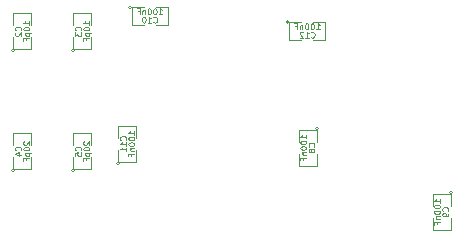
<source format=gbo>
%FSLAX46Y46*%
G04 Gerber Fmt 4.6, Leading zero omitted, Abs format (unit mm)*
G04 Created by KiCad (PCBNEW (20140926 BZR5148)-product) date Sat 01 Nov 2014 11:29:57 PM CDT*
%MOMM*%
G01*
G04 APERTURE LIST*
%ADD10C,0.150000*%
%ADD11C,0.099060*%
%ADD12C,0.109220*%
G04 APERTURE END LIST*
D10*
D11*
X192405000Y-143891000D02*
G75*
G03X192405000Y-143891000I-127000J0D01*
G74*
G01*
X192278000Y-142748000D02*
X192278000Y-143764000D01*
X192278000Y-143764000D02*
X193802000Y-143764000D01*
X193802000Y-143764000D02*
X193802000Y-142748000D01*
X193802000Y-141732000D02*
X193802000Y-140716000D01*
X193802000Y-140716000D02*
X192278000Y-140716000D01*
X192278000Y-140716000D02*
X192278000Y-141732000D01*
X197485000Y-143891000D02*
G75*
G03X197485000Y-143891000I-127000J0D01*
G74*
G01*
X197358000Y-142748000D02*
X197358000Y-143764000D01*
X197358000Y-143764000D02*
X198882000Y-143764000D01*
X198882000Y-143764000D02*
X198882000Y-142748000D01*
X198882000Y-141732000D02*
X198882000Y-140716000D01*
X198882000Y-140716000D02*
X197358000Y-140716000D01*
X197358000Y-140716000D02*
X197358000Y-141732000D01*
X192405000Y-154051000D02*
G75*
G03X192405000Y-154051000I-127000J0D01*
G74*
G01*
X192278000Y-152908000D02*
X192278000Y-153924000D01*
X192278000Y-153924000D02*
X193802000Y-153924000D01*
X193802000Y-153924000D02*
X193802000Y-152908000D01*
X193802000Y-151892000D02*
X193802000Y-150876000D01*
X193802000Y-150876000D02*
X192278000Y-150876000D01*
X192278000Y-150876000D02*
X192278000Y-151892000D01*
X197485000Y-154051000D02*
G75*
G03X197485000Y-154051000I-127000J0D01*
G74*
G01*
X197358000Y-152908000D02*
X197358000Y-153924000D01*
X197358000Y-153924000D02*
X198882000Y-153924000D01*
X198882000Y-153924000D02*
X198882000Y-152908000D01*
X198882000Y-151892000D02*
X198882000Y-150876000D01*
X198882000Y-150876000D02*
X197358000Y-150876000D01*
X197358000Y-150876000D02*
X197358000Y-151892000D01*
X218135200Y-150444200D02*
G75*
G03X218135200Y-150444200I-127000J0D01*
G74*
G01*
X218008200Y-151587200D02*
X218008200Y-150571200D01*
X218008200Y-150571200D02*
X216484200Y-150571200D01*
X216484200Y-150571200D02*
X216484200Y-151587200D01*
X216484200Y-152603200D02*
X216484200Y-153619200D01*
X216484200Y-153619200D02*
X218008200Y-153619200D01*
X218008200Y-153619200D02*
X218008200Y-152603200D01*
X229463600Y-155879800D02*
G75*
G03X229463600Y-155879800I-127000J0D01*
G74*
G01*
X229336600Y-157022800D02*
X229336600Y-156006800D01*
X229336600Y-156006800D02*
X227812600Y-156006800D01*
X227812600Y-156006800D02*
X227812600Y-157022800D01*
X227812600Y-158038800D02*
X227812600Y-159054800D01*
X227812600Y-159054800D02*
X229336600Y-159054800D01*
X229336600Y-159054800D02*
X229336600Y-158038800D01*
X202311000Y-140208000D02*
G75*
G03X202311000Y-140208000I-127000J0D01*
G74*
G01*
X203327000Y-140208000D02*
X202311000Y-140208000D01*
X202311000Y-140208000D02*
X202311000Y-141732000D01*
X202311000Y-141732000D02*
X203327000Y-141732000D01*
X204343000Y-141732000D02*
X205359000Y-141732000D01*
X205359000Y-141732000D02*
X205359000Y-140208000D01*
X205359000Y-140208000D02*
X204343000Y-140208000D01*
X201295000Y-153416000D02*
G75*
G03X201295000Y-153416000I-127000J0D01*
G74*
G01*
X201168000Y-152273000D02*
X201168000Y-153289000D01*
X201168000Y-153289000D02*
X202692000Y-153289000D01*
X202692000Y-153289000D02*
X202692000Y-152273000D01*
X202692000Y-151257000D02*
X202692000Y-150241000D01*
X202692000Y-150241000D02*
X201168000Y-150241000D01*
X201168000Y-150241000D02*
X201168000Y-151257000D01*
X215646000Y-141478000D02*
G75*
G03X215646000Y-141478000I-127000J0D01*
G74*
G01*
X216662000Y-141478000D02*
X215646000Y-141478000D01*
X215646000Y-141478000D02*
X215646000Y-143002000D01*
X215646000Y-143002000D02*
X216662000Y-143002000D01*
X217678000Y-143002000D02*
X218694000Y-143002000D01*
X218694000Y-143002000D02*
X218694000Y-141478000D01*
X218694000Y-141478000D02*
X217678000Y-141478000D01*
D12*
X192901207Y-142156604D02*
X192925035Y-142132776D01*
X192948862Y-142061293D01*
X192948862Y-142013638D01*
X192925035Y-141942155D01*
X192877380Y-141894500D01*
X192829724Y-141870672D01*
X192734414Y-141846844D01*
X192662931Y-141846844D01*
X192567620Y-141870672D01*
X192519965Y-141894500D01*
X192472310Y-141942155D01*
X192448482Y-142013638D01*
X192448482Y-142061293D01*
X192472310Y-142132776D01*
X192496138Y-142156604D01*
X192496138Y-142347224D02*
X192472310Y-142371052D01*
X192448482Y-142418707D01*
X192448482Y-142537845D01*
X192472310Y-142585501D01*
X192496138Y-142609328D01*
X192543793Y-142633156D01*
X192591448Y-142633156D01*
X192662931Y-142609328D01*
X192948862Y-142323397D01*
X192948862Y-142633156D01*
X193647362Y-141703879D02*
X193647362Y-141417947D01*
X193647362Y-141560913D02*
X193146982Y-141560913D01*
X193218465Y-141513258D01*
X193266120Y-141465603D01*
X193289948Y-141417947D01*
X193146982Y-142013638D02*
X193146982Y-142061293D01*
X193170810Y-142108948D01*
X193194638Y-142132776D01*
X193242293Y-142156603D01*
X193337603Y-142180431D01*
X193456741Y-142180431D01*
X193552052Y-142156603D01*
X193599707Y-142132776D01*
X193623535Y-142108948D01*
X193647362Y-142061293D01*
X193647362Y-142013638D01*
X193623535Y-141965982D01*
X193599707Y-141942155D01*
X193552052Y-141918327D01*
X193456741Y-141894499D01*
X193337603Y-141894499D01*
X193242293Y-141918327D01*
X193194638Y-141942155D01*
X193170810Y-141965982D01*
X193146982Y-142013638D01*
X193313776Y-142394879D02*
X193814156Y-142394879D01*
X193337603Y-142394879D02*
X193313776Y-142442534D01*
X193313776Y-142537845D01*
X193337603Y-142585500D01*
X193361431Y-142609328D01*
X193409086Y-142633155D01*
X193552052Y-142633155D01*
X193599707Y-142609328D01*
X193623535Y-142585500D01*
X193647362Y-142537845D01*
X193647362Y-142442534D01*
X193623535Y-142394879D01*
X193385259Y-143014397D02*
X193385259Y-142847604D01*
X193647362Y-142847604D02*
X193146982Y-142847604D01*
X193146982Y-143085880D01*
X197981207Y-142156604D02*
X198005035Y-142132776D01*
X198028862Y-142061293D01*
X198028862Y-142013638D01*
X198005035Y-141942155D01*
X197957380Y-141894500D01*
X197909724Y-141870672D01*
X197814414Y-141846844D01*
X197742931Y-141846844D01*
X197647620Y-141870672D01*
X197599965Y-141894500D01*
X197552310Y-141942155D01*
X197528482Y-142013638D01*
X197528482Y-142061293D01*
X197552310Y-142132776D01*
X197576138Y-142156604D01*
X197528482Y-142323397D02*
X197528482Y-142633156D01*
X197719103Y-142466363D01*
X197719103Y-142537845D01*
X197742931Y-142585501D01*
X197766759Y-142609328D01*
X197814414Y-142633156D01*
X197933552Y-142633156D01*
X197981207Y-142609328D01*
X198005035Y-142585501D01*
X198028862Y-142537845D01*
X198028862Y-142394880D01*
X198005035Y-142347224D01*
X197981207Y-142323397D01*
X198727362Y-141703879D02*
X198727362Y-141417947D01*
X198727362Y-141560913D02*
X198226982Y-141560913D01*
X198298465Y-141513258D01*
X198346120Y-141465603D01*
X198369948Y-141417947D01*
X198226982Y-142013638D02*
X198226982Y-142061293D01*
X198250810Y-142108948D01*
X198274638Y-142132776D01*
X198322293Y-142156603D01*
X198417603Y-142180431D01*
X198536741Y-142180431D01*
X198632052Y-142156603D01*
X198679707Y-142132776D01*
X198703535Y-142108948D01*
X198727362Y-142061293D01*
X198727362Y-142013638D01*
X198703535Y-141965982D01*
X198679707Y-141942155D01*
X198632052Y-141918327D01*
X198536741Y-141894499D01*
X198417603Y-141894499D01*
X198322293Y-141918327D01*
X198274638Y-141942155D01*
X198250810Y-141965982D01*
X198226982Y-142013638D01*
X198393776Y-142394879D02*
X198894156Y-142394879D01*
X198417603Y-142394879D02*
X198393776Y-142442534D01*
X198393776Y-142537845D01*
X198417603Y-142585500D01*
X198441431Y-142609328D01*
X198489086Y-142633155D01*
X198632052Y-142633155D01*
X198679707Y-142609328D01*
X198703535Y-142585500D01*
X198727362Y-142537845D01*
X198727362Y-142442534D01*
X198703535Y-142394879D01*
X198465259Y-143014397D02*
X198465259Y-142847604D01*
X198727362Y-142847604D02*
X198226982Y-142847604D01*
X198226982Y-143085880D01*
X192901207Y-152316604D02*
X192925035Y-152292776D01*
X192948862Y-152221293D01*
X192948862Y-152173638D01*
X192925035Y-152102155D01*
X192877380Y-152054500D01*
X192829724Y-152030672D01*
X192734414Y-152006844D01*
X192662931Y-152006844D01*
X192567620Y-152030672D01*
X192519965Y-152054500D01*
X192472310Y-152102155D01*
X192448482Y-152173638D01*
X192448482Y-152221293D01*
X192472310Y-152292776D01*
X192496138Y-152316604D01*
X192615276Y-152745501D02*
X192948862Y-152745501D01*
X192424655Y-152626363D02*
X192782069Y-152507224D01*
X192782069Y-152816984D01*
X193194638Y-151577947D02*
X193170810Y-151601775D01*
X193146982Y-151649430D01*
X193146982Y-151768568D01*
X193170810Y-151816224D01*
X193194638Y-151840051D01*
X193242293Y-151863879D01*
X193289948Y-151863879D01*
X193361431Y-151840051D01*
X193647362Y-151554120D01*
X193647362Y-151863879D01*
X193146982Y-152173638D02*
X193146982Y-152221293D01*
X193170810Y-152268948D01*
X193194638Y-152292776D01*
X193242293Y-152316603D01*
X193337603Y-152340431D01*
X193456741Y-152340431D01*
X193552052Y-152316603D01*
X193599707Y-152292776D01*
X193623535Y-152268948D01*
X193647362Y-152221293D01*
X193647362Y-152173638D01*
X193623535Y-152125982D01*
X193599707Y-152102155D01*
X193552052Y-152078327D01*
X193456741Y-152054499D01*
X193337603Y-152054499D01*
X193242293Y-152078327D01*
X193194638Y-152102155D01*
X193170810Y-152125982D01*
X193146982Y-152173638D01*
X193313776Y-152554879D02*
X193814156Y-152554879D01*
X193337603Y-152554879D02*
X193313776Y-152602534D01*
X193313776Y-152697845D01*
X193337603Y-152745500D01*
X193361431Y-152769328D01*
X193409086Y-152793155D01*
X193552052Y-152793155D01*
X193599707Y-152769328D01*
X193623535Y-152745500D01*
X193647362Y-152697845D01*
X193647362Y-152602534D01*
X193623535Y-152554879D01*
X193385259Y-153174397D02*
X193385259Y-153007604D01*
X193647362Y-153007604D02*
X193146982Y-153007604D01*
X193146982Y-153245880D01*
X197981207Y-152316604D02*
X198005035Y-152292776D01*
X198028862Y-152221293D01*
X198028862Y-152173638D01*
X198005035Y-152102155D01*
X197957380Y-152054500D01*
X197909724Y-152030672D01*
X197814414Y-152006844D01*
X197742931Y-152006844D01*
X197647620Y-152030672D01*
X197599965Y-152054500D01*
X197552310Y-152102155D01*
X197528482Y-152173638D01*
X197528482Y-152221293D01*
X197552310Y-152292776D01*
X197576138Y-152316604D01*
X197528482Y-152769328D02*
X197528482Y-152531052D01*
X197766759Y-152507224D01*
X197742931Y-152531052D01*
X197719103Y-152578707D01*
X197719103Y-152697845D01*
X197742931Y-152745501D01*
X197766759Y-152769328D01*
X197814414Y-152793156D01*
X197933552Y-152793156D01*
X197981207Y-152769328D01*
X198005035Y-152745501D01*
X198028862Y-152697845D01*
X198028862Y-152578707D01*
X198005035Y-152531052D01*
X197981207Y-152507224D01*
X198274638Y-151577947D02*
X198250810Y-151601775D01*
X198226982Y-151649430D01*
X198226982Y-151768568D01*
X198250810Y-151816224D01*
X198274638Y-151840051D01*
X198322293Y-151863879D01*
X198369948Y-151863879D01*
X198441431Y-151840051D01*
X198727362Y-151554120D01*
X198727362Y-151863879D01*
X198226982Y-152173638D02*
X198226982Y-152221293D01*
X198250810Y-152268948D01*
X198274638Y-152292776D01*
X198322293Y-152316603D01*
X198417603Y-152340431D01*
X198536741Y-152340431D01*
X198632052Y-152316603D01*
X198679707Y-152292776D01*
X198703535Y-152268948D01*
X198727362Y-152221293D01*
X198727362Y-152173638D01*
X198703535Y-152125982D01*
X198679707Y-152102155D01*
X198632052Y-152078327D01*
X198536741Y-152054499D01*
X198417603Y-152054499D01*
X198322293Y-152078327D01*
X198274638Y-152102155D01*
X198250810Y-152125982D01*
X198226982Y-152173638D01*
X198393776Y-152554879D02*
X198894156Y-152554879D01*
X198417603Y-152554879D02*
X198393776Y-152602534D01*
X198393776Y-152697845D01*
X198417603Y-152745500D01*
X198441431Y-152769328D01*
X198489086Y-152793155D01*
X198632052Y-152793155D01*
X198679707Y-152769328D01*
X198703535Y-152745500D01*
X198727362Y-152697845D01*
X198727362Y-152602534D01*
X198703535Y-152554879D01*
X198465259Y-153174397D02*
X198465259Y-153007604D01*
X198727362Y-153007604D02*
X198226982Y-153007604D01*
X198226982Y-153245880D01*
X217742407Y-152011804D02*
X217766235Y-151987976D01*
X217790062Y-151916493D01*
X217790062Y-151868838D01*
X217766235Y-151797355D01*
X217718580Y-151749700D01*
X217670924Y-151725872D01*
X217575614Y-151702044D01*
X217504131Y-151702044D01*
X217408820Y-151725872D01*
X217361165Y-151749700D01*
X217313510Y-151797355D01*
X217289682Y-151868838D01*
X217289682Y-151916493D01*
X217313510Y-151987976D01*
X217337338Y-152011804D01*
X217504131Y-152297735D02*
X217480303Y-152250080D01*
X217456476Y-152226252D01*
X217408820Y-152202424D01*
X217384993Y-152202424D01*
X217337338Y-152226252D01*
X217313510Y-152250080D01*
X217289682Y-152297735D01*
X217289682Y-152393045D01*
X217313510Y-152440701D01*
X217337338Y-152464528D01*
X217384993Y-152488356D01*
X217408820Y-152488356D01*
X217456476Y-152464528D01*
X217480303Y-152440701D01*
X217504131Y-152393045D01*
X217504131Y-152297735D01*
X217527959Y-152250080D01*
X217551786Y-152226252D01*
X217599441Y-152202424D01*
X217694752Y-152202424D01*
X217742407Y-152226252D01*
X217766235Y-152250080D01*
X217790062Y-152297735D01*
X217790062Y-152393045D01*
X217766235Y-152440701D01*
X217742407Y-152464528D01*
X217694752Y-152488356D01*
X217599441Y-152488356D01*
X217551786Y-152464528D01*
X217527959Y-152440701D01*
X217504131Y-152393045D01*
X217091562Y-151320803D02*
X217091562Y-151034871D01*
X217091562Y-151177837D02*
X216591182Y-151177837D01*
X216662665Y-151130182D01*
X216710320Y-151082527D01*
X216734148Y-151034871D01*
X216591182Y-151630562D02*
X216591182Y-151678217D01*
X216615010Y-151725872D01*
X216638838Y-151749700D01*
X216686493Y-151773527D01*
X216781803Y-151797355D01*
X216900941Y-151797355D01*
X216996252Y-151773527D01*
X217043907Y-151749700D01*
X217067735Y-151725872D01*
X217091562Y-151678217D01*
X217091562Y-151630562D01*
X217067735Y-151582906D01*
X217043907Y-151559079D01*
X216996252Y-151535251D01*
X216900941Y-151511423D01*
X216781803Y-151511423D01*
X216686493Y-151535251D01*
X216638838Y-151559079D01*
X216615010Y-151582906D01*
X216591182Y-151630562D01*
X216591182Y-152107114D02*
X216591182Y-152154769D01*
X216615010Y-152202424D01*
X216638838Y-152226252D01*
X216686493Y-152250079D01*
X216781803Y-152273907D01*
X216900941Y-152273907D01*
X216996252Y-152250079D01*
X217043907Y-152226252D01*
X217067735Y-152202424D01*
X217091562Y-152154769D01*
X217091562Y-152107114D01*
X217067735Y-152059458D01*
X217043907Y-152035631D01*
X216996252Y-152011803D01*
X216900941Y-151987975D01*
X216781803Y-151987975D01*
X216686493Y-152011803D01*
X216638838Y-152035631D01*
X216615010Y-152059458D01*
X216591182Y-152107114D01*
X216757976Y-152488355D02*
X217091562Y-152488355D01*
X216805631Y-152488355D02*
X216781803Y-152512183D01*
X216757976Y-152559838D01*
X216757976Y-152631321D01*
X216781803Y-152678976D01*
X216829459Y-152702804D01*
X217091562Y-152702804D01*
X216829459Y-153107873D02*
X216829459Y-152941080D01*
X217091562Y-152941080D02*
X216591182Y-152941080D01*
X216591182Y-153179356D01*
X229070807Y-157447404D02*
X229094635Y-157423576D01*
X229118462Y-157352093D01*
X229118462Y-157304438D01*
X229094635Y-157232955D01*
X229046980Y-157185300D01*
X228999324Y-157161472D01*
X228904014Y-157137644D01*
X228832531Y-157137644D01*
X228737220Y-157161472D01*
X228689565Y-157185300D01*
X228641910Y-157232955D01*
X228618082Y-157304438D01*
X228618082Y-157352093D01*
X228641910Y-157423576D01*
X228665738Y-157447404D01*
X229118462Y-157685680D02*
X229118462Y-157780990D01*
X229094635Y-157828645D01*
X229070807Y-157852473D01*
X228999324Y-157900128D01*
X228904014Y-157923956D01*
X228713393Y-157923956D01*
X228665738Y-157900128D01*
X228641910Y-157876301D01*
X228618082Y-157828645D01*
X228618082Y-157733335D01*
X228641910Y-157685680D01*
X228665738Y-157661852D01*
X228713393Y-157638024D01*
X228832531Y-157638024D01*
X228880186Y-157661852D01*
X228904014Y-157685680D01*
X228927841Y-157733335D01*
X228927841Y-157828645D01*
X228904014Y-157876301D01*
X228880186Y-157900128D01*
X228832531Y-157923956D01*
X228419962Y-156756403D02*
X228419962Y-156470471D01*
X228419962Y-156613437D02*
X227919582Y-156613437D01*
X227991065Y-156565782D01*
X228038720Y-156518127D01*
X228062548Y-156470471D01*
X227919582Y-157066162D02*
X227919582Y-157113817D01*
X227943410Y-157161472D01*
X227967238Y-157185300D01*
X228014893Y-157209127D01*
X228110203Y-157232955D01*
X228229341Y-157232955D01*
X228324652Y-157209127D01*
X228372307Y-157185300D01*
X228396135Y-157161472D01*
X228419962Y-157113817D01*
X228419962Y-157066162D01*
X228396135Y-157018506D01*
X228372307Y-156994679D01*
X228324652Y-156970851D01*
X228229341Y-156947023D01*
X228110203Y-156947023D01*
X228014893Y-156970851D01*
X227967238Y-156994679D01*
X227943410Y-157018506D01*
X227919582Y-157066162D01*
X227919582Y-157542714D02*
X227919582Y-157590369D01*
X227943410Y-157638024D01*
X227967238Y-157661852D01*
X228014893Y-157685679D01*
X228110203Y-157709507D01*
X228229341Y-157709507D01*
X228324652Y-157685679D01*
X228372307Y-157661852D01*
X228396135Y-157638024D01*
X228419962Y-157590369D01*
X228419962Y-157542714D01*
X228396135Y-157495058D01*
X228372307Y-157471231D01*
X228324652Y-157447403D01*
X228229341Y-157423575D01*
X228110203Y-157423575D01*
X228014893Y-157447403D01*
X227967238Y-157471231D01*
X227943410Y-157495058D01*
X227919582Y-157542714D01*
X228086376Y-157923955D02*
X228419962Y-157923955D01*
X228134031Y-157923955D02*
X228110203Y-157947783D01*
X228086376Y-157995438D01*
X228086376Y-158066921D01*
X228110203Y-158114576D01*
X228157859Y-158138404D01*
X228419962Y-158138404D01*
X228157859Y-158543473D02*
X228157859Y-158376680D01*
X228419962Y-158376680D02*
X227919582Y-158376680D01*
X227919582Y-158614956D01*
X204156672Y-141466207D02*
X204180500Y-141490035D01*
X204251983Y-141513862D01*
X204299638Y-141513862D01*
X204371121Y-141490035D01*
X204418776Y-141442380D01*
X204442604Y-141394724D01*
X204466432Y-141299414D01*
X204466432Y-141227931D01*
X204442604Y-141132620D01*
X204418776Y-141084965D01*
X204371121Y-141037310D01*
X204299638Y-141013482D01*
X204251983Y-141013482D01*
X204180500Y-141037310D01*
X204156672Y-141061138D01*
X203680120Y-141513862D02*
X203966052Y-141513862D01*
X203823086Y-141513862D02*
X203823086Y-141013482D01*
X203870741Y-141084965D01*
X203918396Y-141132620D01*
X203966052Y-141156448D01*
X203370361Y-141013482D02*
X203322706Y-141013482D01*
X203275051Y-141037310D01*
X203251223Y-141061138D01*
X203227396Y-141108793D01*
X203203568Y-141204103D01*
X203203568Y-141323241D01*
X203227396Y-141418552D01*
X203251223Y-141466207D01*
X203275051Y-141490035D01*
X203322706Y-141513862D01*
X203370361Y-141513862D01*
X203418017Y-141490035D01*
X203441844Y-141466207D01*
X203465672Y-141418552D01*
X203489500Y-141323241D01*
X203489500Y-141204103D01*
X203465672Y-141108793D01*
X203441844Y-141061138D01*
X203418017Y-141037310D01*
X203370361Y-141013482D01*
X204609397Y-140815362D02*
X204895329Y-140815362D01*
X204752363Y-140815362D02*
X204752363Y-140314982D01*
X204800018Y-140386465D01*
X204847673Y-140434120D01*
X204895329Y-140457948D01*
X204299638Y-140314982D02*
X204251983Y-140314982D01*
X204204328Y-140338810D01*
X204180500Y-140362638D01*
X204156673Y-140410293D01*
X204132845Y-140505603D01*
X204132845Y-140624741D01*
X204156673Y-140720052D01*
X204180500Y-140767707D01*
X204204328Y-140791535D01*
X204251983Y-140815362D01*
X204299638Y-140815362D01*
X204347294Y-140791535D01*
X204371121Y-140767707D01*
X204394949Y-140720052D01*
X204418777Y-140624741D01*
X204418777Y-140505603D01*
X204394949Y-140410293D01*
X204371121Y-140362638D01*
X204347294Y-140338810D01*
X204299638Y-140314982D01*
X203823086Y-140314982D02*
X203775431Y-140314982D01*
X203727776Y-140338810D01*
X203703948Y-140362638D01*
X203680121Y-140410293D01*
X203656293Y-140505603D01*
X203656293Y-140624741D01*
X203680121Y-140720052D01*
X203703948Y-140767707D01*
X203727776Y-140791535D01*
X203775431Y-140815362D01*
X203823086Y-140815362D01*
X203870742Y-140791535D01*
X203894569Y-140767707D01*
X203918397Y-140720052D01*
X203942225Y-140624741D01*
X203942225Y-140505603D01*
X203918397Y-140410293D01*
X203894569Y-140362638D01*
X203870742Y-140338810D01*
X203823086Y-140314982D01*
X203441845Y-140481776D02*
X203441845Y-140815362D01*
X203441845Y-140529431D02*
X203418017Y-140505603D01*
X203370362Y-140481776D01*
X203298879Y-140481776D01*
X203251224Y-140505603D01*
X203227396Y-140553259D01*
X203227396Y-140815362D01*
X202822327Y-140553259D02*
X202989120Y-140553259D01*
X202989120Y-140815362D02*
X202989120Y-140314982D01*
X202750844Y-140314982D01*
X201791207Y-151443328D02*
X201815035Y-151419500D01*
X201838862Y-151348017D01*
X201838862Y-151300362D01*
X201815035Y-151228879D01*
X201767380Y-151181224D01*
X201719724Y-151157396D01*
X201624414Y-151133568D01*
X201552931Y-151133568D01*
X201457620Y-151157396D01*
X201409965Y-151181224D01*
X201362310Y-151228879D01*
X201338482Y-151300362D01*
X201338482Y-151348017D01*
X201362310Y-151419500D01*
X201386138Y-151443328D01*
X201838862Y-151919880D02*
X201838862Y-151633948D01*
X201838862Y-151776914D02*
X201338482Y-151776914D01*
X201409965Y-151729259D01*
X201457620Y-151681604D01*
X201481448Y-151633948D01*
X201838862Y-152396432D02*
X201838862Y-152110500D01*
X201838862Y-152253466D02*
X201338482Y-152253466D01*
X201409965Y-152205811D01*
X201457620Y-152158156D01*
X201481448Y-152110500D01*
X202537362Y-150990603D02*
X202537362Y-150704671D01*
X202537362Y-150847637D02*
X202036982Y-150847637D01*
X202108465Y-150799982D01*
X202156120Y-150752327D01*
X202179948Y-150704671D01*
X202036982Y-151300362D02*
X202036982Y-151348017D01*
X202060810Y-151395672D01*
X202084638Y-151419500D01*
X202132293Y-151443327D01*
X202227603Y-151467155D01*
X202346741Y-151467155D01*
X202442052Y-151443327D01*
X202489707Y-151419500D01*
X202513535Y-151395672D01*
X202537362Y-151348017D01*
X202537362Y-151300362D01*
X202513535Y-151252706D01*
X202489707Y-151228879D01*
X202442052Y-151205051D01*
X202346741Y-151181223D01*
X202227603Y-151181223D01*
X202132293Y-151205051D01*
X202084638Y-151228879D01*
X202060810Y-151252706D01*
X202036982Y-151300362D01*
X202036982Y-151776914D02*
X202036982Y-151824569D01*
X202060810Y-151872224D01*
X202084638Y-151896052D01*
X202132293Y-151919879D01*
X202227603Y-151943707D01*
X202346741Y-151943707D01*
X202442052Y-151919879D01*
X202489707Y-151896052D01*
X202513535Y-151872224D01*
X202537362Y-151824569D01*
X202537362Y-151776914D01*
X202513535Y-151729258D01*
X202489707Y-151705431D01*
X202442052Y-151681603D01*
X202346741Y-151657775D01*
X202227603Y-151657775D01*
X202132293Y-151681603D01*
X202084638Y-151705431D01*
X202060810Y-151729258D01*
X202036982Y-151776914D01*
X202203776Y-152158155D02*
X202537362Y-152158155D01*
X202251431Y-152158155D02*
X202227603Y-152181983D01*
X202203776Y-152229638D01*
X202203776Y-152301121D01*
X202227603Y-152348776D01*
X202275259Y-152372604D01*
X202537362Y-152372604D01*
X202275259Y-152777673D02*
X202275259Y-152610880D01*
X202537362Y-152610880D02*
X202036982Y-152610880D01*
X202036982Y-152849156D01*
X217491672Y-142736207D02*
X217515500Y-142760035D01*
X217586983Y-142783862D01*
X217634638Y-142783862D01*
X217706121Y-142760035D01*
X217753776Y-142712380D01*
X217777604Y-142664724D01*
X217801432Y-142569414D01*
X217801432Y-142497931D01*
X217777604Y-142402620D01*
X217753776Y-142354965D01*
X217706121Y-142307310D01*
X217634638Y-142283482D01*
X217586983Y-142283482D01*
X217515500Y-142307310D01*
X217491672Y-142331138D01*
X217015120Y-142783862D02*
X217301052Y-142783862D01*
X217158086Y-142783862D02*
X217158086Y-142283482D01*
X217205741Y-142354965D01*
X217253396Y-142402620D01*
X217301052Y-142426448D01*
X216824500Y-142331138D02*
X216800672Y-142307310D01*
X216753017Y-142283482D01*
X216633879Y-142283482D01*
X216586223Y-142307310D01*
X216562396Y-142331138D01*
X216538568Y-142378793D01*
X216538568Y-142426448D01*
X216562396Y-142497931D01*
X216848327Y-142783862D01*
X216538568Y-142783862D01*
X217944397Y-142085362D02*
X218230329Y-142085362D01*
X218087363Y-142085362D02*
X218087363Y-141584982D01*
X218135018Y-141656465D01*
X218182673Y-141704120D01*
X218230329Y-141727948D01*
X217634638Y-141584982D02*
X217586983Y-141584982D01*
X217539328Y-141608810D01*
X217515500Y-141632638D01*
X217491673Y-141680293D01*
X217467845Y-141775603D01*
X217467845Y-141894741D01*
X217491673Y-141990052D01*
X217515500Y-142037707D01*
X217539328Y-142061535D01*
X217586983Y-142085362D01*
X217634638Y-142085362D01*
X217682294Y-142061535D01*
X217706121Y-142037707D01*
X217729949Y-141990052D01*
X217753777Y-141894741D01*
X217753777Y-141775603D01*
X217729949Y-141680293D01*
X217706121Y-141632638D01*
X217682294Y-141608810D01*
X217634638Y-141584982D01*
X217158086Y-141584982D02*
X217110431Y-141584982D01*
X217062776Y-141608810D01*
X217038948Y-141632638D01*
X217015121Y-141680293D01*
X216991293Y-141775603D01*
X216991293Y-141894741D01*
X217015121Y-141990052D01*
X217038948Y-142037707D01*
X217062776Y-142061535D01*
X217110431Y-142085362D01*
X217158086Y-142085362D01*
X217205742Y-142061535D01*
X217229569Y-142037707D01*
X217253397Y-141990052D01*
X217277225Y-141894741D01*
X217277225Y-141775603D01*
X217253397Y-141680293D01*
X217229569Y-141632638D01*
X217205742Y-141608810D01*
X217158086Y-141584982D01*
X216776845Y-141751776D02*
X216776845Y-142085362D01*
X216776845Y-141799431D02*
X216753017Y-141775603D01*
X216705362Y-141751776D01*
X216633879Y-141751776D01*
X216586224Y-141775603D01*
X216562396Y-141823259D01*
X216562396Y-142085362D01*
X216157327Y-141823259D02*
X216324120Y-141823259D01*
X216324120Y-142085362D02*
X216324120Y-141584982D01*
X216085844Y-141584982D01*
M02*

</source>
